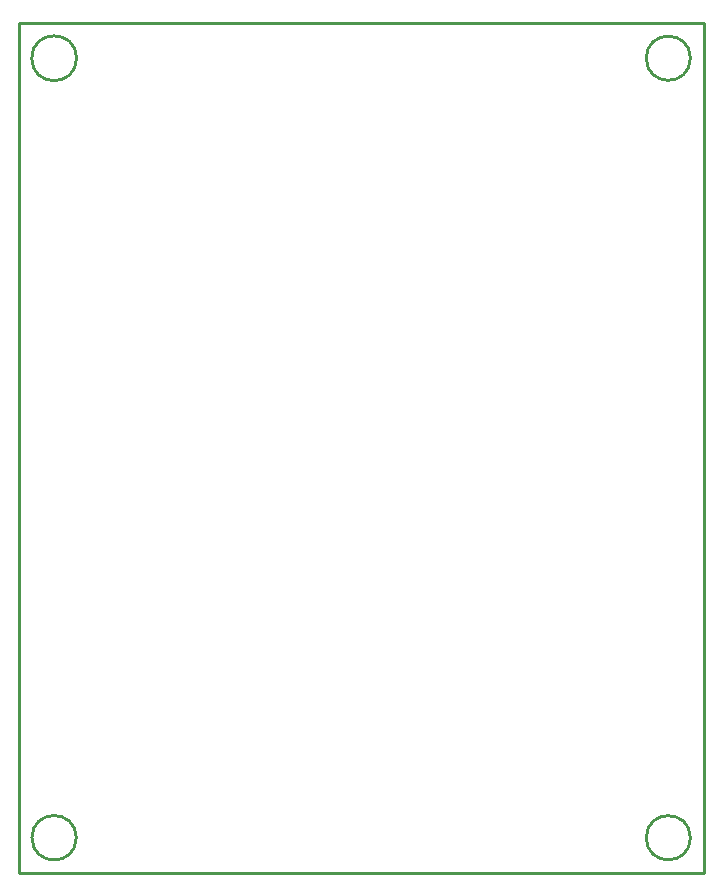
<source format=gko>
G04*
G04 #@! TF.GenerationSoftware,Altium Limited,Altium Designer,22.1.2 (22)*
G04*
G04 Layer_Color=16711935*
%FSLAX42Y42*%
%MOMM*%
G71*
G04*
G04 #@! TF.SameCoordinates,42BDCC82-298C-4CE2-8D34-3E836F01AF0A*
G04*
G04*
G04 #@! TF.FilePolarity,Positive*
G04*
G01*
G75*
%ADD10C,0.25*%
%ADD11C,0.00*%
D10*
X488Y300D02*
G03*
X488Y300I-188J0D01*
G01*
X5687D02*
G03*
X5687Y300I-187J0D01*
G01*
X5687Y6900D02*
G03*
X5687Y6900I-187J0D01*
G01*
X490D02*
G03*
X490Y6900I-190J0D01*
G01*
X5800Y0D02*
Y7200D01*
X0D02*
X5800D01*
X0Y0D02*
Y7200D01*
Y0D02*
X5800D01*
D11*
X0D02*
X5800D01*
Y7200D01*
X0D02*
X5800D01*
X0Y0D02*
Y7200D01*
M02*

</source>
